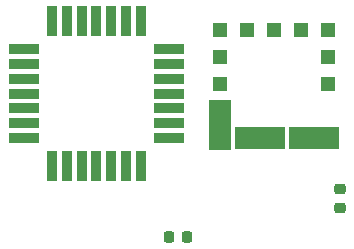
<source format=gbr>
%TF.GenerationSoftware,KiCad,Pcbnew,9.0.2*%
%TF.CreationDate,2025-11-02T21:23:42+09:00*%
%TF.ProjectId,kicad2026_2,6b696361-6432-4303-9236-5f322e6b6963,rev?*%
%TF.SameCoordinates,Original*%
%TF.FileFunction,Paste,Top*%
%TF.FilePolarity,Positive*%
%FSLAX46Y46*%
G04 Gerber Fmt 4.6, Leading zero omitted, Abs format (unit mm)*
G04 Created by KiCad (PCBNEW 9.0.2) date 2025-11-02 21:23:42*
%MOMM*%
%LPD*%
G01*
G04 APERTURE LIST*
G04 Aperture macros list*
%AMRoundRect*
0 Rectangle with rounded corners*
0 $1 Rounding radius*
0 $2 $3 $4 $5 $6 $7 $8 $9 X,Y pos of 4 corners*
0 Add a 4 corners polygon primitive as box body*
4,1,4,$2,$3,$4,$5,$6,$7,$8,$9,$2,$3,0*
0 Add four circle primitives for the rounded corners*
1,1,$1+$1,$2,$3*
1,1,$1+$1,$4,$5*
1,1,$1+$1,$6,$7*
1,1,$1+$1,$8,$9*
0 Add four rect primitives between the rounded corners*
20,1,$1+$1,$2,$3,$4,$5,0*
20,1,$1+$1,$4,$5,$6,$7,0*
20,1,$1+$1,$6,$7,$8,$9,0*
20,1,$1+$1,$8,$9,$2,$3,0*%
G04 Aperture macros list end*
%ADD10RoundRect,0.225000X-0.225000X-0.250000X0.225000X-0.250000X0.225000X0.250000X-0.225000X0.250000X0*%
%ADD11R,1.143000X1.143000*%
%ADD12R,4.191000X1.905000*%
%ADD13R,1.905000X4.191000*%
%ADD14RoundRect,0.225000X-0.250000X0.225000X-0.250000X-0.225000X0.250000X-0.225000X0.250000X0.225000X0*%
%ADD15R,0.939800X2.616200*%
%ADD16R,2.616200X0.939800*%
G04 APERTURE END LIST*
D10*
%TO.C,C4*%
X119621000Y-153924000D03*
X121171000Y-153924000D03*
%TD*%
D11*
%TO.C,MD3*%
X133069000Y-140970000D03*
D12*
X131926000Y-145542000D03*
X127354000Y-145542000D03*
D13*
X123925000Y-144399000D03*
D11*
X123925000Y-140970000D03*
X123925000Y-136398000D03*
X128497000Y-136398000D03*
X130783000Y-136398000D03*
X133069000Y-136398000D03*
X133069000Y-138684000D03*
X123925000Y-138684000D03*
X126211000Y-136398000D03*
%TD*%
D14*
%TO.C,C1*%
X134112000Y-149847000D03*
X134112000Y-151397000D03*
%TD*%
D15*
%TO.C,U1*%
X117237200Y-135605200D03*
X115987200Y-135605200D03*
X114737200Y-135605200D03*
X113487200Y-135605200D03*
X112237200Y-135605200D03*
X110987200Y-135605200D03*
X109737200Y-135605200D03*
D16*
X107340400Y-138002000D03*
X107340400Y-139252000D03*
X107340400Y-140502000D03*
X107340400Y-141752000D03*
X107340400Y-143002000D03*
X107340400Y-144252000D03*
X107340400Y-145502000D03*
D15*
X109737200Y-147898800D03*
X110987200Y-147898800D03*
X112237200Y-147898800D03*
X113487200Y-147898800D03*
X114737200Y-147898800D03*
X115987200Y-147898800D03*
X117237200Y-147898800D03*
D16*
X119634000Y-145502000D03*
X119634000Y-144252000D03*
X119634000Y-143002000D03*
X119634000Y-141752000D03*
X119634000Y-140502000D03*
X119634000Y-139252000D03*
X119634000Y-138002000D03*
%TD*%
M02*

</source>
